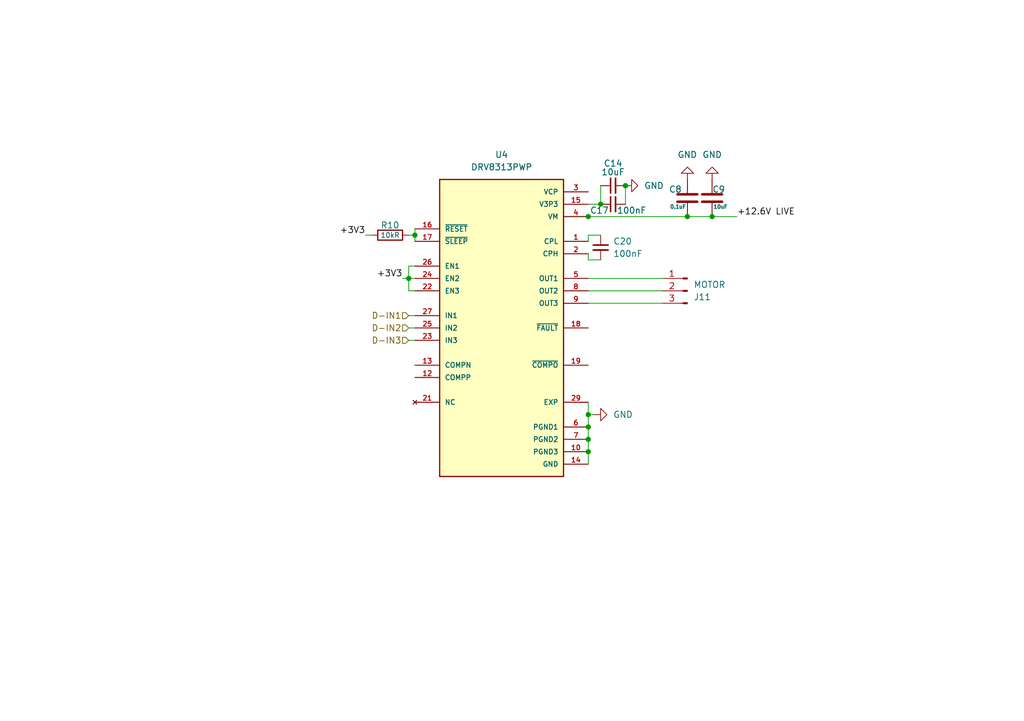
<source format=kicad_sch>
(kicad_sch
	(version 20250114)
	(generator "eeschema")
	(generator_version "9.0")
	(uuid "7f6bab19-dd48-4c26-acaf-e9f89422fd09")
	(paper "A5")
	(title_block
		(title "Custom Gimbal Motor Driver")
		(rev "1.2")
	)
	(lib_symbols
		(symbol "C_1"
			(pin_numbers
				(hide yes)
			)
			(pin_names
				(offset 0.254)
			)
			(exclude_from_sim no)
			(in_bom yes)
			(on_board yes)
			(property "Reference" "C"
				(at 0.635 2.54 0)
				(effects
					(font
						(size 1.27 1.27)
					)
					(justify left)
				)
			)
			(property "Value" "C"
				(at 0.635 -2.54 0)
				(effects
					(font
						(size 1.27 1.27)
					)
					(justify left)
				)
			)
			(property "Footprint" ""
				(at 0.9652 -3.81 0)
				(effects
					(font
						(size 1.27 1.27)
					)
					(hide yes)
				)
			)
			(property "Datasheet" "~"
				(at 0 0 0)
				(effects
					(font
						(size 1.27 1.27)
					)
					(hide yes)
				)
			)
			(property "Description" "Unpolarized capacitor"
				(at 0 0 0)
				(effects
					(font
						(size 1.27 1.27)
					)
					(hide yes)
				)
			)
			(property "ki_keywords" "cap capacitor"
				(at 0 0 0)
				(effects
					(font
						(size 1.27 1.27)
					)
					(hide yes)
				)
			)
			(property "ki_fp_filters" "C_*"
				(at 0 0 0)
				(effects
					(font
						(size 1.27 1.27)
					)
					(hide yes)
				)
			)
			(symbol "C_1_0_1"
				(polyline
					(pts
						(xy -2.032 0.762) (xy 2.032 0.762)
					)
					(stroke
						(width 0.508)
						(type default)
					)
					(fill
						(type none)
					)
				)
				(polyline
					(pts
						(xy -2.032 -0.762) (xy 2.032 -0.762)
					)
					(stroke
						(width 0.508)
						(type default)
					)
					(fill
						(type none)
					)
				)
			)
			(symbol "C_1_1_1"
				(pin passive line
					(at 0 3.81 270)
					(length 2.794)
					(name "~"
						(effects
							(font
								(size 1.27 1.27)
							)
						)
					)
					(number "1"
						(effects
							(font
								(size 1.27 1.27)
							)
						)
					)
				)
				(pin passive line
					(at 0 -3.81 90)
					(length 2.794)
					(name "~"
						(effects
							(font
								(size 1.27 1.27)
							)
						)
					)
					(number "2"
						(effects
							(font
								(size 1.27 1.27)
							)
						)
					)
				)
			)
			(embedded_fonts no)
		)
		(symbol "Connector:Conn_01x03_Pin"
			(pin_names
				(offset 1.016)
				(hide yes)
			)
			(exclude_from_sim no)
			(in_bom yes)
			(on_board yes)
			(property "Reference" "J"
				(at 0 5.08 0)
				(effects
					(font
						(size 1.27 1.27)
					)
				)
			)
			(property "Value" "Conn_01x03_Pin"
				(at 0 -5.08 0)
				(effects
					(font
						(size 1.27 1.27)
					)
				)
			)
			(property "Footprint" ""
				(at 0 0 0)
				(effects
					(font
						(size 1.27 1.27)
					)
					(hide yes)
				)
			)
			(property "Datasheet" "~"
				(at 0 0 0)
				(effects
					(font
						(size 1.27 1.27)
					)
					(hide yes)
				)
			)
			(property "Description" "Generic connector, single row, 01x03, script generated"
				(at 0 0 0)
				(effects
					(font
						(size 1.27 1.27)
					)
					(hide yes)
				)
			)
			(property "ki_locked" ""
				(at 0 0 0)
				(effects
					(font
						(size 1.27 1.27)
					)
				)
			)
			(property "ki_keywords" "connector"
				(at 0 0 0)
				(effects
					(font
						(size 1.27 1.27)
					)
					(hide yes)
				)
			)
			(property "ki_fp_filters" "Connector*:*_1x??_*"
				(at 0 0 0)
				(effects
					(font
						(size 1.27 1.27)
					)
					(hide yes)
				)
			)
			(symbol "Conn_01x03_Pin_1_1"
				(rectangle
					(start 0.8636 2.667)
					(end 0 2.413)
					(stroke
						(width 0.1524)
						(type default)
					)
					(fill
						(type outline)
					)
				)
				(rectangle
					(start 0.8636 0.127)
					(end 0 -0.127)
					(stroke
						(width 0.1524)
						(type default)
					)
					(fill
						(type outline)
					)
				)
				(rectangle
					(start 0.8636 -2.413)
					(end 0 -2.667)
					(stroke
						(width 0.1524)
						(type default)
					)
					(fill
						(type outline)
					)
				)
				(polyline
					(pts
						(xy 1.27 2.54) (xy 0.8636 2.54)
					)
					(stroke
						(width 0.1524)
						(type default)
					)
					(fill
						(type none)
					)
				)
				(polyline
					(pts
						(xy 1.27 0) (xy 0.8636 0)
					)
					(stroke
						(width 0.1524)
						(type default)
					)
					(fill
						(type none)
					)
				)
				(polyline
					(pts
						(xy 1.27 -2.54) (xy 0.8636 -2.54)
					)
					(stroke
						(width 0.1524)
						(type default)
					)
					(fill
						(type none)
					)
				)
				(pin passive line
					(at 5.08 2.54 180)
					(length 3.81)
					(name "Pin_1"
						(effects
							(font
								(size 1.27 1.27)
							)
						)
					)
					(number "1"
						(effects
							(font
								(size 1.27 1.27)
							)
						)
					)
				)
				(pin passive line
					(at 5.08 0 180)
					(length 3.81)
					(name "Pin_2"
						(effects
							(font
								(size 1.27 1.27)
							)
						)
					)
					(number "2"
						(effects
							(font
								(size 1.27 1.27)
							)
						)
					)
				)
				(pin passive line
					(at 5.08 -2.54 180)
					(length 3.81)
					(name "Pin_3"
						(effects
							(font
								(size 1.27 1.27)
							)
						)
					)
					(number "3"
						(effects
							(font
								(size 1.27 1.27)
							)
						)
					)
				)
			)
			(embedded_fonts no)
		)
		(symbol "DRV8313PWP:DRV8313PWP"
			(pin_names
				(offset 1.016)
			)
			(exclude_from_sim no)
			(in_bom yes)
			(on_board yes)
			(property "Reference" "U"
				(at -12.7 31.48 0)
				(effects
					(font
						(size 1.27 1.27)
					)
					(justify left bottom)
				)
			)
			(property "Value" "DRV8313PWP"
				(at -12.7 -33.02 0)
				(effects
					(font
						(size 1.27 1.27)
					)
					(justify left bottom)
				)
			)
			(property "Footprint" "DRV8313PWP:SOP65P640X120-29N"
				(at 0 0 0)
				(effects
					(font
						(size 1.27 1.27)
					)
					(justify bottom)
					(hide yes)
				)
			)
			(property "Datasheet" ""
				(at 0 0 0)
				(effects
					(font
						(size 1.27 1.27)
					)
					(hide yes)
				)
			)
			(property "Description" ""
				(at 0 0 0)
				(effects
					(font
						(size 1.27 1.27)
					)
					(hide yes)
				)
			)
			(property "MF" "Texas Instruments"
				(at 0 0 0)
				(effects
					(font
						(size 1.27 1.27)
					)
					(justify bottom)
					(hide yes)
				)
			)
			(property "SNAPEDA_PACKAGE_ID" "102627"
				(at 0 0 0)
				(effects
					(font
						(size 1.27 1.27)
					)
					(justify bottom)
					(hide yes)
				)
			)
			(property "Package" "HTSSOP-28 Texas Instruments"
				(at 0 0 0)
				(effects
					(font
						(size 1.27 1.27)
					)
					(justify bottom)
					(hide yes)
				)
			)
			(property "Price" "None"
				(at 0 0 0)
				(effects
					(font
						(size 1.27 1.27)
					)
					(justify bottom)
					(hide yes)
				)
			)
			(property "Check_prices" "https://www.snapeda.com/parts/DRV8313PWP/Texas+Instruments/view-part/?ref=eda"
				(at 0 0 0)
				(effects
					(font
						(size 1.27 1.27)
					)
					(justify bottom)
					(hide yes)
				)
			)
			(property "STANDARD" "Manufacturer Recommendations"
				(at 0 0 0)
				(effects
					(font
						(size 1.27 1.27)
					)
					(justify bottom)
					(hide yes)
				)
			)
			(property "PARTREV" "D"
				(at 0 0 0)
				(effects
					(font
						(size 1.27 1.27)
					)
					(justify bottom)
					(hide yes)
				)
			)
			(property "SnapEDA_Link" "https://www.snapeda.com/parts/DRV8313PWP/Texas+Instruments/view-part/?ref=snap"
				(at 0 0 0)
				(effects
					(font
						(size 1.27 1.27)
					)
					(justify bottom)
					(hide yes)
				)
			)
			(property "MP" "DRV8313PWP"
				(at 0 0 0)
				(effects
					(font
						(size 1.27 1.27)
					)
					(justify bottom)
					(hide yes)
				)
			)
			(property "Purchase-URL" "https://www.snapeda.com/api/url_track_click_mouser/?unipart_id=287728&manufacturer=Texas Instruments&part_name=DRV8313PWP&search_term=None"
				(at 0 0 0)
				(effects
					(font
						(size 1.27 1.27)
					)
					(justify bottom)
					(hide yes)
				)
			)
			(property "Description_1" "65-V max 3-A peak 3-phase motor driver with integrated FETs"
				(at 0 0 0)
				(effects
					(font
						(size 1.27 1.27)
					)
					(justify bottom)
					(hide yes)
				)
			)
			(property "MANUFACTURER" "Texas Instruments"
				(at 0 0 0)
				(effects
					(font
						(size 1.27 1.27)
					)
					(justify bottom)
					(hide yes)
				)
			)
			(property "Availability" "In Stock"
				(at 0 0 0)
				(effects
					(font
						(size 1.27 1.27)
					)
					(justify bottom)
					(hide yes)
				)
			)
			(property "MAXIMUM_PACKAGE_HEIGHT" "1.2 mm"
				(at 0 0 0)
				(effects
					(font
						(size 1.27 1.27)
					)
					(justify bottom)
					(hide yes)
				)
			)
			(symbol "DRV8313PWP_0_0"
				(rectangle
					(start -12.7 -30.48)
					(end 12.7 30.48)
					(stroke
						(width 0.254)
						(type default)
					)
					(fill
						(type background)
					)
				)
				(pin input line
					(at -17.78 20.32 0)
					(length 5.08)
					(name "~{RESET}"
						(effects
							(font
								(size 1.016 1.016)
							)
						)
					)
					(number "16"
						(effects
							(font
								(size 1.016 1.016)
							)
						)
					)
				)
				(pin input line
					(at -17.78 17.78 0)
					(length 5.08)
					(name "~{SLEEP}"
						(effects
							(font
								(size 1.016 1.016)
							)
						)
					)
					(number "17"
						(effects
							(font
								(size 1.016 1.016)
							)
						)
					)
				)
				(pin input line
					(at -17.78 12.7 0)
					(length 5.08)
					(name "EN1"
						(effects
							(font
								(size 1.016 1.016)
							)
						)
					)
					(number "26"
						(effects
							(font
								(size 1.016 1.016)
							)
						)
					)
				)
				(pin input line
					(at -17.78 10.16 0)
					(length 5.08)
					(name "EN2"
						(effects
							(font
								(size 1.016 1.016)
							)
						)
					)
					(number "24"
						(effects
							(font
								(size 1.016 1.016)
							)
						)
					)
				)
				(pin input line
					(at -17.78 7.62 0)
					(length 5.08)
					(name "EN3"
						(effects
							(font
								(size 1.016 1.016)
							)
						)
					)
					(number "22"
						(effects
							(font
								(size 1.016 1.016)
							)
						)
					)
				)
				(pin input line
					(at -17.78 2.54 0)
					(length 5.08)
					(name "IN1"
						(effects
							(font
								(size 1.016 1.016)
							)
						)
					)
					(number "27"
						(effects
							(font
								(size 1.016 1.016)
							)
						)
					)
				)
				(pin input line
					(at -17.78 0 0)
					(length 5.08)
					(name "IN2"
						(effects
							(font
								(size 1.016 1.016)
							)
						)
					)
					(number "25"
						(effects
							(font
								(size 1.016 1.016)
							)
						)
					)
				)
				(pin input line
					(at -17.78 -2.54 0)
					(length 5.08)
					(name "IN3"
						(effects
							(font
								(size 1.016 1.016)
							)
						)
					)
					(number "23"
						(effects
							(font
								(size 1.016 1.016)
							)
						)
					)
				)
				(pin input line
					(at -17.78 -7.62 0)
					(length 5.08)
					(name "COMPN"
						(effects
							(font
								(size 1.016 1.016)
							)
						)
					)
					(number "13"
						(effects
							(font
								(size 1.016 1.016)
							)
						)
					)
				)
				(pin input line
					(at -17.78 -10.16 0)
					(length 5.08)
					(name "COMPP"
						(effects
							(font
								(size 1.016 1.016)
							)
						)
					)
					(number "12"
						(effects
							(font
								(size 1.016 1.016)
							)
						)
					)
				)
				(pin no_connect line
					(at -17.78 -15.24 0)
					(length 5.08)
					(name "NC"
						(effects
							(font
								(size 1.016 1.016)
							)
						)
					)
					(number "21"
						(effects
							(font
								(size 1.016 1.016)
							)
						)
					)
				)
				(pin power_in line
					(at 17.78 27.94 180)
					(length 5.08)
					(name "VCP"
						(effects
							(font
								(size 1.016 1.016)
							)
						)
					)
					(number "3"
						(effects
							(font
								(size 1.016 1.016)
							)
						)
					)
				)
				(pin power_in line
					(at 17.78 25.4 180)
					(length 5.08)
					(name "V3P3"
						(effects
							(font
								(size 1.016 1.016)
							)
						)
					)
					(number "15"
						(effects
							(font
								(size 1.016 1.016)
							)
						)
					)
				)
				(pin power_in line
					(at 17.78 22.86 180)
					(length 5.08)
					(hide yes)
					(name "VM"
						(effects
							(font
								(size 1.016 1.016)
							)
						)
					)
					(number "11"
						(effects
							(font
								(size 1.016 1.016)
							)
						)
					)
				)
				(pin power_in line
					(at 17.78 22.86 180)
					(length 5.08)
					(name "VM"
						(effects
							(font
								(size 1.016 1.016)
							)
						)
					)
					(number "4"
						(effects
							(font
								(size 1.016 1.016)
							)
						)
					)
				)
				(pin power_in line
					(at 17.78 17.78 180)
					(length 5.08)
					(name "CPL"
						(effects
							(font
								(size 1.016 1.016)
							)
						)
					)
					(number "1"
						(effects
							(font
								(size 1.016 1.016)
							)
						)
					)
				)
				(pin power_in line
					(at 17.78 15.24 180)
					(length 5.08)
					(name "CPH"
						(effects
							(font
								(size 1.016 1.016)
							)
						)
					)
					(number "2"
						(effects
							(font
								(size 1.016 1.016)
							)
						)
					)
				)
				(pin output line
					(at 17.78 10.16 180)
					(length 5.08)
					(name "OUT1"
						(effects
							(font
								(size 1.016 1.016)
							)
						)
					)
					(number "5"
						(effects
							(font
								(size 1.016 1.016)
							)
						)
					)
				)
				(pin output line
					(at 17.78 7.62 180)
					(length 5.08)
					(name "OUT2"
						(effects
							(font
								(size 1.016 1.016)
							)
						)
					)
					(number "8"
						(effects
							(font
								(size 1.016 1.016)
							)
						)
					)
				)
				(pin output line
					(at 17.78 5.08 180)
					(length 5.08)
					(name "OUT3"
						(effects
							(font
								(size 1.016 1.016)
							)
						)
					)
					(number "9"
						(effects
							(font
								(size 1.016 1.016)
							)
						)
					)
				)
				(pin output line
					(at 17.78 0 180)
					(length 5.08)
					(name "~{FAULT}"
						(effects
							(font
								(size 1.016 1.016)
							)
						)
					)
					(number "18"
						(effects
							(font
								(size 1.016 1.016)
							)
						)
					)
				)
				(pin output line
					(at 17.78 -7.62 180)
					(length 5.08)
					(name "~{COMPO}"
						(effects
							(font
								(size 1.016 1.016)
							)
						)
					)
					(number "19"
						(effects
							(font
								(size 1.016 1.016)
							)
						)
					)
				)
				(pin power_in line
					(at 17.78 -15.24 180)
					(length 5.08)
					(name "EXP"
						(effects
							(font
								(size 1.016 1.016)
							)
						)
					)
					(number "29"
						(effects
							(font
								(size 1.016 1.016)
							)
						)
					)
				)
				(pin power_in line
					(at 17.78 -20.32 180)
					(length 5.08)
					(name "PGND1"
						(effects
							(font
								(size 1.016 1.016)
							)
						)
					)
					(number "6"
						(effects
							(font
								(size 1.016 1.016)
							)
						)
					)
				)
				(pin power_in line
					(at 17.78 -22.86 180)
					(length 5.08)
					(name "PGND2"
						(effects
							(font
								(size 1.016 1.016)
							)
						)
					)
					(number "7"
						(effects
							(font
								(size 1.016 1.016)
							)
						)
					)
				)
				(pin power_in line
					(at 17.78 -25.4 180)
					(length 5.08)
					(name "PGND3"
						(effects
							(font
								(size 1.016 1.016)
							)
						)
					)
					(number "10"
						(effects
							(font
								(size 1.016 1.016)
							)
						)
					)
				)
				(pin power_in line
					(at 17.78 -27.94 180)
					(length 5.08)
					(name "GND"
						(effects
							(font
								(size 1.016 1.016)
							)
						)
					)
					(number "14"
						(effects
							(font
								(size 1.016 1.016)
							)
						)
					)
				)
				(pin power_in line
					(at 17.78 -27.94 180)
					(length 5.08)
					(hide yes)
					(name "GND"
						(effects
							(font
								(size 1.016 1.016)
							)
						)
					)
					(number "20"
						(effects
							(font
								(size 1.016 1.016)
							)
						)
					)
				)
				(pin power_in line
					(at 17.78 -27.94 180)
					(length 5.08)
					(hide yes)
					(name "GND"
						(effects
							(font
								(size 1.016 1.016)
							)
						)
					)
					(number "28"
						(effects
							(font
								(size 1.016 1.016)
							)
						)
					)
				)
			)
			(embedded_fonts no)
		)
		(symbol "Device:C"
			(pin_numbers
				(hide yes)
			)
			(pin_names
				(offset 0.254)
			)
			(exclude_from_sim no)
			(in_bom yes)
			(on_board yes)
			(property "Reference" "C"
				(at 0.635 2.54 0)
				(effects
					(font
						(size 1.27 1.27)
					)
					(justify left)
				)
			)
			(property "Value" "C"
				(at 0.635 -2.54 0)
				(effects
					(font
						(size 1.27 1.27)
					)
					(justify left)
				)
			)
			(property "Footprint" ""
				(at 0.9652 -3.81 0)
				(effects
					(font
						(size 1.27 1.27)
					)
					(hide yes)
				)
			)
			(property "Datasheet" "~"
				(at 0 0 0)
				(effects
					(font
						(size 1.27 1.27)
					)
					(hide yes)
				)
			)
			(property "Description" "Unpolarized capacitor"
				(at 0 0 0)
				(effects
					(font
						(size 1.27 1.27)
					)
					(hide yes)
				)
			)
			(property "ki_keywords" "cap capacitor"
				(at 0 0 0)
				(effects
					(font
						(size 1.27 1.27)
					)
					(hide yes)
				)
			)
			(property "ki_fp_filters" "C_*"
				(at 0 0 0)
				(effects
					(font
						(size 1.27 1.27)
					)
					(hide yes)
				)
			)
			(symbol "C_0_1"
				(polyline
					(pts
						(xy -2.032 0.762) (xy 2.032 0.762)
					)
					(stroke
						(width 0.508)
						(type default)
					)
					(fill
						(type none)
					)
				)
				(polyline
					(pts
						(xy -2.032 -0.762) (xy 2.032 -0.762)
					)
					(stroke
						(width 0.508)
						(type default)
					)
					(fill
						(type none)
					)
				)
			)
			(symbol "C_1_1"
				(pin passive line
					(at 0 3.81 270)
					(length 2.794)
					(name "~"
						(effects
							(font
								(size 1.27 1.27)
							)
						)
					)
					(number "1"
						(effects
							(font
								(size 1.27 1.27)
							)
						)
					)
				)
				(pin passive line
					(at 0 -3.81 90)
					(length 2.794)
					(name "~"
						(effects
							(font
								(size 1.27 1.27)
							)
						)
					)
					(number "2"
						(effects
							(font
								(size 1.27 1.27)
							)
						)
					)
				)
			)
			(embedded_fonts no)
		)
		(symbol "Device:C_Small"
			(pin_numbers
				(hide yes)
			)
			(pin_names
				(offset 0.254)
				(hide yes)
			)
			(exclude_from_sim no)
			(in_bom yes)
			(on_board yes)
			(property "Reference" "C"
				(at 0.254 1.778 0)
				(effects
					(font
						(size 1.27 1.27)
					)
					(justify left)
				)
			)
			(property "Value" "C_Small"
				(at 0.254 -2.032 0)
				(effects
					(font
						(size 1.27 1.27)
					)
					(justify left)
				)
			)
			(property "Footprint" ""
				(at 0 0 0)
				(effects
					(font
						(size 1.27 1.27)
					)
					(hide yes)
				)
			)
			(property "Datasheet" "~"
				(at 0 0 0)
				(effects
					(font
						(size 1.27 1.27)
					)
					(hide yes)
				)
			)
			(property "Description" "Unpolarized capacitor, small symbol"
				(at 0 0 0)
				(effects
					(font
						(size 1.27 1.27)
					)
					(hide yes)
				)
			)
			(property "ki_keywords" "capacitor cap"
				(at 0 0 0)
				(effects
					(font
						(size 1.27 1.27)
					)
					(hide yes)
				)
			)
			(property "ki_fp_filters" "C_*"
				(at 0 0 0)
				(effects
					(font
						(size 1.27 1.27)
					)
					(hide yes)
				)
			)
			(symbol "C_Small_0_1"
				(polyline
					(pts
						(xy -1.524 0.508) (xy 1.524 0.508)
					)
					(stroke
						(width 0.3048)
						(type default)
					)
					(fill
						(type none)
					)
				)
				(polyline
					(pts
						(xy -1.524 -0.508) (xy 1.524 -0.508)
					)
					(stroke
						(width 0.3302)
						(type default)
					)
					(fill
						(type none)
					)
				)
			)
			(symbol "C_Small_1_1"
				(pin passive line
					(at 0 2.54 270)
					(length 2.032)
					(name "~"
						(effects
							(font
								(size 1.27 1.27)
							)
						)
					)
					(number "1"
						(effects
							(font
								(size 1.27 1.27)
							)
						)
					)
				)
				(pin passive line
					(at 0 -2.54 90)
					(length 2.032)
					(name "~"
						(effects
							(font
								(size 1.27 1.27)
							)
						)
					)
					(number "2"
						(effects
							(font
								(size 1.27 1.27)
							)
						)
					)
				)
			)
			(embedded_fonts no)
		)
		(symbol "Device:R"
			(pin_numbers
				(hide yes)
			)
			(pin_names
				(offset 0)
			)
			(exclude_from_sim no)
			(in_bom yes)
			(on_board yes)
			(property "Reference" "R"
				(at 2.032 0 90)
				(effects
					(font
						(size 1.27 1.27)
					)
				)
			)
			(property "Value" "R"
				(at 0 0 90)
				(effects
					(font
						(size 1.27 1.27)
					)
				)
			)
			(property "Footprint" ""
				(at -1.778 0 90)
				(effects
					(font
						(size 1.27 1.27)
					)
					(hide yes)
				)
			)
			(property "Datasheet" "~"
				(at 0 0 0)
				(effects
					(font
						(size 1.27 1.27)
					)
					(hide yes)
				)
			)
			(property "Description" "Resistor"
				(at 0 0 0)
				(effects
					(font
						(size 1.27 1.27)
					)
					(hide yes)
				)
			)
			(property "ki_keywords" "R res resistor"
				(at 0 0 0)
				(effects
					(font
						(size 1.27 1.27)
					)
					(hide yes)
				)
			)
			(property "ki_fp_filters" "R_*"
				(at 0 0 0)
				(effects
					(font
						(size 1.27 1.27)
					)
					(hide yes)
				)
			)
			(symbol "R_0_1"
				(rectangle
					(start -1.016 -2.54)
					(end 1.016 2.54)
					(stroke
						(width 0.254)
						(type default)
					)
					(fill
						(type none)
					)
				)
			)
			(symbol "R_1_1"
				(pin passive line
					(at 0 3.81 270)
					(length 1.27)
					(name "~"
						(effects
							(font
								(size 1.27 1.27)
							)
						)
					)
					(number "1"
						(effects
							(font
								(size 1.27 1.27)
							)
						)
					)
				)
				(pin passive line
					(at 0 -3.81 90)
					(length 1.27)
					(name "~"
						(effects
							(font
								(size 1.27 1.27)
							)
						)
					)
					(number "2"
						(effects
							(font
								(size 1.27 1.27)
							)
						)
					)
				)
			)
			(embedded_fonts no)
		)
		(symbol "power:GND"
			(power)
			(pin_numbers
				(hide yes)
			)
			(pin_names
				(offset 0)
				(hide yes)
			)
			(exclude_from_sim no)
			(in_bom yes)
			(on_board yes)
			(property "Reference" "#PWR"
				(at 0 -6.35 0)
				(effects
					(font
						(size 1.27 1.27)
					)
					(hide yes)
				)
			)
			(property "Value" "GND"
				(at 0 -3.81 0)
				(effects
					(font
						(size 1.27 1.27)
					)
				)
			)
			(property "Footprint" ""
				(at 0 0 0)
				(effects
					(font
						(size 1.27 1.27)
					)
					(hide yes)
				)
			)
			(property "Datasheet" ""
				(at 0 0 0)
				(effects
					(font
						(size 1.27 1.27)
					)
					(hide yes)
				)
			)
			(property "Description" "Power symbol creates a global label with name \"GND\" , ground"
				(at 0 0 0)
				(effects
					(font
						(size 1.27 1.27)
					)
					(hide yes)
				)
			)
			(property "ki_keywords" "global power"
				(at 0 0 0)
				(effects
					(font
						(size 1.27 1.27)
					)
					(hide yes)
				)
			)
			(symbol "GND_0_1"
				(polyline
					(pts
						(xy 0 0) (xy 0 -1.27) (xy 1.27 -1.27) (xy 0 -2.54) (xy -1.27 -1.27) (xy 0 -1.27)
					)
					(stroke
						(width 0)
						(type default)
					)
					(fill
						(type none)
					)
				)
			)
			(symbol "GND_1_1"
				(pin power_in line
					(at 0 0 270)
					(length 0)
					(name "~"
						(effects
							(font
								(size 1.27 1.27)
							)
						)
					)
					(number "1"
						(effects
							(font
								(size 1.27 1.27)
							)
						)
					)
				)
			)
			(embedded_fonts no)
		)
	)
	(junction
		(at 120.65 87.63)
		(diameter 0)
		(color 0 0 0 0)
		(uuid "00fd55c9-a2a4-4185-8074-56825c2db7db")
	)
	(junction
		(at 128.27 38.1)
		(diameter 0)
		(color 0 0 0 0)
		(uuid "15327e38-a5c0-4c20-ac6a-f2448480340f")
	)
	(junction
		(at 120.65 85.09)
		(diameter 0)
		(color 0 0 0 0)
		(uuid "307d9f27-905b-4fd5-9bbf-bb8e2500c408")
	)
	(junction
		(at 123.19 41.91)
		(diameter 0)
		(color 0 0 0 0)
		(uuid "5a7ad280-0b5d-456b-9773-39aaec33bcc1")
	)
	(junction
		(at 120.65 92.71)
		(diameter 0)
		(color 0 0 0 0)
		(uuid "7be246af-3edf-4625-8b3d-6a524d7dbe25")
	)
	(junction
		(at 120.65 44.45)
		(diameter 0)
		(color 0 0 0 0)
		(uuid "95ad40ee-7285-444e-8483-bdd5bb0d6150")
	)
	(junction
		(at 83.82 57.15)
		(diameter 0)
		(color 0 0 0 0)
		(uuid "af716d97-b1d8-4cdc-922d-2da355948d6f")
	)
	(junction
		(at 120.65 90.17)
		(diameter 0)
		(color 0 0 0 0)
		(uuid "dc113224-abf1-487c-83ea-5722405dd9d7")
	)
	(junction
		(at 146.05 44.45)
		(diameter 0)
		(color 0 0 0 0)
		(uuid "ee37c214-e3e8-42e7-8d41-60e27b4d9fe3")
	)
	(junction
		(at 85.09 48.26)
		(diameter 0)
		(color 0 0 0 0)
		(uuid "f650df78-0ce5-457a-8f24-30f4b94e72b6")
	)
	(junction
		(at 140.97 44.45)
		(diameter 0)
		(color 0 0 0 0)
		(uuid "f65346d8-d356-4967-a7cd-e68b3f0a13c6")
	)
	(wire
		(pts
			(xy 120.65 49.53) (xy 120.65 48.26)
		)
		(stroke
			(width 0)
			(type default)
		)
		(uuid "02c4adf0-98e9-4b0a-be0a-2a9f90ccdabd")
	)
	(wire
		(pts
			(xy 120.65 44.45) (xy 140.97 44.45)
		)
		(stroke
			(width 0)
			(type default)
		)
		(uuid "04bd2f6b-d277-4fee-b182-536f8f50772a")
	)
	(wire
		(pts
			(xy 85.09 48.26) (xy 85.09 49.53)
		)
		(stroke
			(width 0)
			(type default)
		)
		(uuid "12defd6e-c46e-4573-bec4-89cde6ea1dde")
	)
	(wire
		(pts
			(xy 83.82 69.85) (xy 85.09 69.85)
		)
		(stroke
			(width 0)
			(type default)
		)
		(uuid "1c4c0cd3-aa10-4c6f-a5b8-a734d49b59b3")
	)
	(wire
		(pts
			(xy 85.09 54.61) (xy 83.82 54.61)
		)
		(stroke
			(width 0)
			(type default)
		)
		(uuid "1dbff7e5-a22d-4330-89cc-3d1675730b29")
	)
	(wire
		(pts
			(xy 128.27 38.1) (xy 129.54 38.1)
		)
		(stroke
			(width 0)
			(type default)
		)
		(uuid "24b82cde-54ff-4a8c-ac7d-c8ac6f0ec211")
	)
	(wire
		(pts
			(xy 120.65 52.07) (xy 120.65 53.34)
		)
		(stroke
			(width 0)
			(type default)
		)
		(uuid "26a12d17-1bba-4322-a767-b85df0c6fdcb")
	)
	(wire
		(pts
			(xy 120.65 90.17) (xy 120.65 92.71)
		)
		(stroke
			(width 0)
			(type default)
		)
		(uuid "371d3046-301e-46bd-a213-6bbd51eeeff3")
	)
	(wire
		(pts
			(xy 120.65 59.69) (xy 135.89 59.69)
		)
		(stroke
			(width 0)
			(type default)
		)
		(uuid "3988992a-49b8-4232-915f-3836b918052e")
	)
	(wire
		(pts
			(xy 85.09 59.69) (xy 83.82 59.69)
		)
		(stroke
			(width 0)
			(type default)
		)
		(uuid "3fe5949d-d2a3-4772-80d4-0057936b8ff5")
	)
	(wire
		(pts
			(xy 120.65 85.09) (xy 121.92 85.09)
		)
		(stroke
			(width 0)
			(type default)
		)
		(uuid "402a0d84-a24f-4cdb-b319-fc914651f19a")
	)
	(wire
		(pts
			(xy 128.27 38.1) (xy 128.27 41.91)
		)
		(stroke
			(width 0)
			(type default)
		)
		(uuid "4f597c3a-8bb1-451d-aeab-d761fa570f83")
	)
	(wire
		(pts
			(xy 83.82 57.15) (xy 85.09 57.15)
		)
		(stroke
			(width 0)
			(type default)
		)
		(uuid "4fbfe6ba-9966-4c98-95e7-8656e9da126d")
	)
	(wire
		(pts
			(xy 120.65 82.55) (xy 120.65 85.09)
		)
		(stroke
			(width 0)
			(type default)
		)
		(uuid "5e6e6519-4810-46f7-a10a-c8f02c389640")
	)
	(wire
		(pts
			(xy 120.65 62.23) (xy 135.89 62.23)
		)
		(stroke
			(width 0)
			(type default)
		)
		(uuid "602773e9-a42e-4d41-8f2b-b5e3c625df0f")
	)
	(wire
		(pts
			(xy 120.65 48.26) (xy 123.19 48.26)
		)
		(stroke
			(width 0)
			(type default)
		)
		(uuid "6746fe5b-a747-4863-aaef-ebbea87b6719")
	)
	(wire
		(pts
			(xy 123.19 38.1) (xy 123.19 41.91)
		)
		(stroke
			(width 0)
			(type default)
		)
		(uuid "712333ad-67fe-4b8b-88df-1924981e5744")
	)
	(wire
		(pts
			(xy 120.65 85.09) (xy 120.65 87.63)
		)
		(stroke
			(width 0)
			(type default)
		)
		(uuid "71f0b67b-45b7-4040-8c91-ee4a4d7767ef")
	)
	(wire
		(pts
			(xy 74.93 48.26) (xy 76.2 48.26)
		)
		(stroke
			(width 0)
			(type default)
		)
		(uuid "7a3ec756-95b3-4f23-b6d9-cceb6e2d88f5")
	)
	(wire
		(pts
			(xy 115.57 44.45) (xy 120.65 44.45)
		)
		(stroke
			(width 0)
			(type default)
		)
		(uuid "7b232618-c53c-4d4b-9592-0b1ccf72ebc5")
	)
	(wire
		(pts
			(xy 120.65 41.91) (xy 123.19 41.91)
		)
		(stroke
			(width 0)
			(type default)
		)
		(uuid "82fdf01d-b6c3-42ad-bc56-2cfc4adc79e3")
	)
	(wire
		(pts
			(xy 83.82 67.31) (xy 85.09 67.31)
		)
		(stroke
			(width 0)
			(type default)
		)
		(uuid "86f75c9f-9b09-41ef-94c1-71dfded7a75c")
	)
	(wire
		(pts
			(xy 83.82 48.26) (xy 85.09 48.26)
		)
		(stroke
			(width 0)
			(type default)
		)
		(uuid "8c179d25-593d-4aef-9657-be3d052aa29a")
	)
	(wire
		(pts
			(xy 140.97 44.45) (xy 146.05 44.45)
		)
		(stroke
			(width 0)
			(type default)
		)
		(uuid "8ee50ff2-2ed9-49e6-aea6-3e31ea9a1425")
	)
	(wire
		(pts
			(xy 120.65 53.34) (xy 123.19 53.34)
		)
		(stroke
			(width 0)
			(type default)
		)
		(uuid "90131b99-6ece-4ee6-b128-8c9e23b03421")
	)
	(wire
		(pts
			(xy 83.82 64.77) (xy 85.09 64.77)
		)
		(stroke
			(width 0)
			(type default)
		)
		(uuid "93b7ff21-347a-43e9-9084-24bbd8637f99")
	)
	(wire
		(pts
			(xy 120.65 92.71) (xy 120.65 95.25)
		)
		(stroke
			(width 0)
			(type default)
		)
		(uuid "bd4b61f2-bd57-413b-953e-b8428fb3bf4d")
	)
	(wire
		(pts
			(xy 85.09 46.99) (xy 85.09 48.26)
		)
		(stroke
			(width 0)
			(type default)
		)
		(uuid "d4471693-46fc-4d43-9801-23eb7b9c2705")
	)
	(wire
		(pts
			(xy 83.82 59.69) (xy 83.82 57.15)
		)
		(stroke
			(width 0)
			(type default)
		)
		(uuid "ea0f23a3-175d-483e-85b1-3362baf9f562")
	)
	(wire
		(pts
			(xy 82.55 57.15) (xy 83.82 57.15)
		)
		(stroke
			(width 0)
			(type default)
		)
		(uuid "eba24c96-7770-4451-9737-12c696aaa0c7")
	)
	(wire
		(pts
			(xy 120.65 57.15) (xy 135.89 57.15)
		)
		(stroke
			(width 0)
			(type default)
		)
		(uuid "ecdacbdf-bebb-4dbd-b7e1-0faeb9ba7872")
	)
	(wire
		(pts
			(xy 120.65 87.63) (xy 120.65 90.17)
		)
		(stroke
			(width 0)
			(type default)
		)
		(uuid "ef49c340-4051-4908-9aeb-daaafc3ee97c")
	)
	(wire
		(pts
			(xy 83.82 54.61) (xy 83.82 57.15)
		)
		(stroke
			(width 0)
			(type default)
		)
		(uuid "f87a368f-e225-4fda-98a4-55f53d445b57")
	)
	(wire
		(pts
			(xy 146.05 44.45) (xy 151.13 44.45)
		)
		(stroke
			(width 0)
			(type default)
		)
		(uuid "f9f43e1d-35bc-41b4-9430-0b6ab2204beb")
	)
	(label "+3V3"
		(at 74.93 48.26 180)
		(effects
			(font
				(size 1.27 1.27)
			)
			(justify right bottom)
		)
		(uuid "336d5eda-3d04-4c9e-804a-b80e8f1130c8")
	)
	(label "+3V3"
		(at 82.55 57.15 180)
		(effects
			(font
				(size 1.27 1.27)
			)
			(justify right bottom)
		)
		(uuid "c94820d9-dc45-4349-9341-856c85983d4f")
	)
	(label "+12.6V LIVE"
		(at 151.13 44.45 0)
		(fields_autoplaced yes)
		(effects
			(font
				(size 1.27 1.27)
			)
			(justify left bottom)
		)
		(uuid "e3f76849-92a6-4373-b36b-f16d423a2a5f")
		(property "+8.4 Heavy" ""
			(at 151.13 45.72 0)
			(effects
				(font
					(size 1.27 1.27)
					(italic yes)
				)
				(justify left)
			)
		)
	)
	(hierarchical_label "D-IN3"
		(shape input)
		(at 83.82 69.85 180)
		(effects
			(font
				(size 1.27 1.27)
			)
			(justify right)
		)
		(uuid "21714949-8bdb-480e-b411-936c7d919fdf")
	)
	(hierarchical_label "D-IN1"
		(shape input)
		(at 83.82 64.77 180)
		(effects
			(font
				(size 1.27 1.27)
			)
			(justify right)
		)
		(uuid "7301b576-3a8a-49be-80c6-835886828bb3")
	)
	(hierarchical_label "D-IN2"
		(shape input)
		(at 83.82 67.31 180)
		(effects
			(font
				(size 1.27 1.27)
			)
			(justify right)
		)
		(uuid "7312b766-d9e8-4696-b3b5-8471df8a3c41")
	)
	(symbol
		(lib_id "Device:C_Small")
		(at 125.73 41.91 90)
		(unit 1)
		(exclude_from_sim no)
		(in_bom yes)
		(on_board yes)
		(dnp no)
		(uuid "221d7910-efa8-4b06-9af2-8a735f2b4273")
		(property "Reference" "C17"
			(at 122.936 43.18 90)
			(effects
				(font
					(size 1.27 1.27)
				)
			)
		)
		(property "Value" "100nF"
			(at 129.54 43.18 90)
			(effects
				(font
					(size 1.27 1.27)
				)
			)
		)
		(property "Footprint" "Capacitor_SMD:C_0805_2012Metric"
			(at 125.73 41.91 0)
			(effects
				(font
					(size 1.27 1.27)
				)
				(hide yes)
			)
		)
		(property "Datasheet" "~"
			(at 125.73 41.91 0)
			(effects
				(font
					(size 1.27 1.27)
				)
				(hide yes)
			)
		)
		(property "Description" "Unpolarized capacitor, small symbol"
			(at 125.73 41.91 0)
			(effects
				(font
					(size 1.27 1.27)
				)
				(hide yes)
			)
		)
		(pin "1"
			(uuid "edaeee41-e180-464e-b527-296cd0197195")
		)
		(pin "2"
			(uuid "6ead1cab-719d-4e45-8c30-3d8ecd95edbf")
		)
		(instances
			(project ""
				(path "/12b42b7d-d204-4934-8b98-59095ef31821/7b0bf3ab-84ad-4d72-8ee0-71bd067791e7"
					(reference "C17")
					(unit 1)
				)
				(path "/12b42b7d-d204-4934-8b98-59095ef31821/a406303c-1196-415f-8f1a-bcc4255416b2"
					(reference "C19")
					(unit 1)
				)
				(path "/12b42b7d-d204-4934-8b98-59095ef31821/e3b6f5d1-40df-4a2b-8d35-23f833e103f5"
					(reference "C18")
					(unit 1)
				)
			)
		)
	)
	(symbol
		(lib_id "power:GND")
		(at 128.27 38.1 90)
		(unit 1)
		(exclude_from_sim no)
		(in_bom yes)
		(on_board yes)
		(dnp no)
		(fields_autoplaced yes)
		(uuid "63e42591-38ad-4eef-b479-63b570797019")
		(property "Reference" "#PWR028"
			(at 134.62 38.1 0)
			(effects
				(font
					(size 1.27 1.27)
				)
				(hide yes)
			)
		)
		(property "Value" "GND"
			(at 132.08 38.0999 90)
			(effects
				(font
					(size 1.27 1.27)
				)
				(justify right)
			)
		)
		(property "Footprint" ""
			(at 128.27 38.1 0)
			(effects
				(font
					(size 1.27 1.27)
				)
				(hide yes)
			)
		)
		(property "Datasheet" ""
			(at 128.27 38.1 0)
			(effects
				(font
					(size 1.27 1.27)
				)
				(hide yes)
			)
		)
		(property "Description" "Power symbol creates a global label with name \"GND\" , ground"
			(at 128.27 38.1 0)
			(effects
				(font
					(size 1.27 1.27)
				)
				(hide yes)
			)
		)
		(pin "1"
			(uuid "f263d0f5-51f3-490d-aa88-631d929c67d9")
		)
		(instances
			(project ""
				(path "/12b42b7d-d204-4934-8b98-59095ef31821/7b0bf3ab-84ad-4d72-8ee0-71bd067791e7"
					(reference "#PWR028")
					(unit 1)
				)
				(path "/12b42b7d-d204-4934-8b98-59095ef31821/a406303c-1196-415f-8f1a-bcc4255416b2"
					(reference "#PWR030")
					(unit 1)
				)
				(path "/12b42b7d-d204-4934-8b98-59095ef31821/e3b6f5d1-40df-4a2b-8d35-23f833e103f5"
					(reference "#PWR029")
					(unit 1)
				)
			)
		)
	)
	(symbol
		(lib_id "Device:C")
		(at 140.97 40.64 180)
		(unit 1)
		(exclude_from_sim no)
		(in_bom yes)
		(on_board yes)
		(dnp no)
		(uuid "7cbce35d-b3ef-496c-b489-afd184dd98b9")
		(property "Reference" "C8"
			(at 137.16 38.862 0)
			(effects
				(font
					(size 1.27 1.27)
				)
				(justify right)
			)
		)
		(property "Value" "0.1uF"
			(at 137.414 42.418 0)
			(effects
				(font
					(size 0.762 0.762)
				)
				(justify right)
			)
		)
		(property "Footprint" "Capacitor_SMD:C_0805_2012Metric"
			(at 140.0048 36.83 0)
			(effects
				(font
					(size 1.27 1.27)
				)
				(hide yes)
			)
		)
		(property "Datasheet" "~"
			(at 140.97 40.64 0)
			(effects
				(font
					(size 1.27 1.27)
				)
				(hide yes)
			)
		)
		(property "Description" "Unpolarized capacitor"
			(at 140.97 40.64 0)
			(effects
				(font
					(size 1.27 1.27)
				)
				(hide yes)
			)
		)
		(pin "1"
			(uuid "f6f37cc4-fa93-4e8f-a918-1eccb7b102d1")
		)
		(pin "2"
			(uuid "75c59acb-1083-486e-911a-46c18d5a0aa6")
		)
		(instances
			(project ""
				(path "/12b42b7d-d204-4934-8b98-59095ef31821/7b0bf3ab-84ad-4d72-8ee0-71bd067791e7"
					(reference "C8")
					(unit 1)
				)
				(path "/12b42b7d-d204-4934-8b98-59095ef31821/a406303c-1196-415f-8f1a-bcc4255416b2"
					(reference "C12")
					(unit 1)
				)
				(path "/12b42b7d-d204-4934-8b98-59095ef31821/e3b6f5d1-40df-4a2b-8d35-23f833e103f5"
					(reference "C10")
					(unit 1)
				)
			)
		)
	)
	(symbol
		(lib_id "Device:C_Small")
		(at 123.19 50.8 0)
		(unit 1)
		(exclude_from_sim no)
		(in_bom yes)
		(on_board yes)
		(dnp no)
		(fields_autoplaced yes)
		(uuid "86818dfe-77bc-44bf-b81e-806764e4372a")
		(property "Reference" "C20"
			(at 125.73 49.5362 0)
			(effects
				(font
					(size 1.27 1.27)
				)
				(justify left)
			)
		)
		(property "Value" "100nF"
			(at 125.73 52.0762 0)
			(effects
				(font
					(size 1.27 1.27)
				)
				(justify left)
			)
		)
		(property "Footprint" "Capacitor_SMD:C_0805_2012Metric"
			(at 123.19 50.8 0)
			(effects
				(font
					(size 1.27 1.27)
				)
				(hide yes)
			)
		)
		(property "Datasheet" "~"
			(at 123.19 50.8 0)
			(effects
				(font
					(size 1.27 1.27)
				)
				(hide yes)
			)
		)
		(property "Description" "Unpolarized capacitor, small symbol"
			(at 123.19 50.8 0)
			(effects
				(font
					(size 1.27 1.27)
				)
				(hide yes)
			)
		)
		(pin "1"
			(uuid "edaeee41-e180-464e-b527-296cd0197196")
		)
		(pin "2"
			(uuid "6ead1cab-719d-4e45-8c30-3d8ecd95edc0")
		)
		(instances
			(project ""
				(path "/12b42b7d-d204-4934-8b98-59095ef31821/7b0bf3ab-84ad-4d72-8ee0-71bd067791e7"
					(reference "C20")
					(unit 1)
				)
				(path "/12b42b7d-d204-4934-8b98-59095ef31821/a406303c-1196-415f-8f1a-bcc4255416b2"
					(reference "C22")
					(unit 1)
				)
				(path "/12b42b7d-d204-4934-8b98-59095ef31821/e3b6f5d1-40df-4a2b-8d35-23f833e103f5"
					(reference "C21")
					(unit 1)
				)
			)
		)
	)
	(symbol
		(lib_id "DRV8313PWP:DRV8313PWP")
		(at 102.87 67.31 0)
		(unit 1)
		(exclude_from_sim no)
		(in_bom yes)
		(on_board yes)
		(dnp no)
		(fields_autoplaced yes)
		(uuid "88c7ec3d-5301-4f86-aec3-1fb049871875")
		(property "Reference" "U4"
			(at 102.87 31.75 0)
			(effects
				(font
					(size 1.27 1.27)
				)
			)
		)
		(property "Value" "DRV8313PWP"
			(at 102.87 34.29 0)
			(effects
				(font
					(size 1.27 1.27)
				)
			)
		)
		(property "Footprint" "DRV8313PWP:SOP65P640X120-29N"
			(at 102.87 67.31 0)
			(effects
				(font
					(size 1.27 1.27)
				)
				(justify bottom)
				(hide yes)
			)
		)
		(property "Datasheet" ""
			(at 102.87 67.31 0)
			(effects
				(font
					(size 1.27 1.27)
				)
				(hide yes)
			)
		)
		(property "Description" ""
			(at 102.87 67.31 0)
			(effects
				(font
					(size 1.27 1.27)
				)
				(hide yes)
			)
		)
		(property "MF" "Texas Instruments"
			(at 102.87 67.31 0)
			(effects
				(font
					(size 1.27 1.27)
				)
				(justify bottom)
				(hide yes)
			)
		)
		(property "SNAPEDA_PACKAGE_ID" "102627"
			(at 102.87 67.31 0)
			(effects
				(font
					(size 1.27 1.27)
				)
				(justify bottom)
				(hide yes)
			)
		)
		(property "Package" "HTSSOP-28 Texas Instruments"
			(at 102.87 67.31 0)
			(effects
				(font
					(size 1.27 1.27)
				)
				(justify bottom)
				(hide yes)
			)
		)
		(property "Price" "None"
			(at 102.87 67.31 0)
			(effects
				(font
					(size 1.27 1.27)
				)
				(justify bottom)
				(hide yes)
			)
		)
		(property "Check_prices" "https://www.snapeda.com/parts/DRV8313PWP/Texas+Instruments/view-part/?ref=eda"
			(at 102.87 67.31 0)
			(effects
				(font
					(size 1.27 1.27)
				)
				(justify bottom)
				(hide yes)
			)
		)
		(property "STANDARD" "Manufacturer Recommendations"
			(at 102.87 67.31 0)
			(effects
				(font
					(size 1.27 1.27)
				)
				(justify bottom)
				(hide yes)
			)
		)
		(property "PARTREV" "D"
			(at 102.87 67.31 0)
			(effects
				(font
					(size 1.27 1.27)
				)
				(justify bottom)
				(hide yes)
			)
		)
		(property "SnapEDA_Link" "https://www.snapeda.com/parts/DRV8313PWP/Texas+Instruments/view-part/?ref=snap"
			(at 102.87 67.31 0)
			(effects
				(font
					(size 1.27 1.27)
				)
				(justify bottom)
				(hide yes)
			)
		)
		(property "MP" "DRV8313PWP"
			(at 102.87 67.31 0)
			(effects
				(font
					(size 1.27 1.27)
				)
				(justify bottom)
				(hide yes)
			)
		)
		(property "Purchase-URL" "https://www.snapeda.com/api/url_track_click_mouser/?unipart_id=287728&manufacturer=Texas Instruments&part_name=DRV8313PWP&search_term=None"
			(at 102.87 67.31 0)
			(effects
				(font
					(size 1.27 1.27)
				)
				(justify bottom)
				(hide yes)
			)
		)
		(property "Description_1" "65-V max 3-A peak 3-phase motor driver with integrated FETs"
			(at 102.87 67.31 0)
			(effects
				(font
					(size 1.27 1.27)
				)
				(justify bottom)
				(hide yes)
			)
		)
		(property "MANUFACTURER" "Texas Instruments"
			(at 102.87 67.31 0)
			(effects
				(font
					(size 1.27 1.27)
				)
				(justify bottom)
				(hide yes)
			)
		)
		(property "Availability" "In Stock"
			(at 102.87 67.31 0)
			(effects
				(font
					(size 1.27 1.27)
				)
				(justify bottom)
				(hide yes)
			)
		)
		(property "MAXIMUM_PACKAGE_HEIGHT" "1.2 mm"
			(at 102.87 67.31 0)
			(effects
				(font
					(size 1.27 1.27)
				)
				(justify bottom)
				(hide yes)
			)
		)
		(pin "18"
			(uuid "7e9ddc89-74a2-4bd8-b284-c1b1cb2fb83d")
		)
		(pin "5"
			(uuid "096492a6-afc2-4532-9c63-ecfad4e4233a")
		)
		(pin "22"
			(uuid "e21ac4fb-be44-4900-95d1-dc71ec6f801e")
		)
		(pin "8"
			(uuid "f7971712-f1a3-4c9e-aed6-d52541f8990e")
		)
		(pin "27"
			(uuid "9c97bd24-cb4b-4981-a94f-353f184d9997")
		)
		(pin "20"
			(uuid "aa0b8aa3-9a99-4b19-a85a-29200f0a718f")
		)
		(pin "28"
			(uuid "57685b7d-f75d-49e9-a3bf-9764033e053b")
		)
		(pin "11"
			(uuid "dc396fa1-df4b-4709-891d-c94d85374caf")
		)
		(pin "7"
			(uuid "12c6fa04-6d55-47cf-8a37-8232043509f5")
		)
		(pin "26"
			(uuid "445b2103-c1ac-4922-8cfa-55069ddcf311")
		)
		(pin "12"
			(uuid "db2e5845-896d-4108-8f17-28383a27d387")
		)
		(pin "21"
			(uuid "12c93bec-0656-42b5-b5a6-41edea418020")
		)
		(pin "15"
			(uuid "c7f01e86-fb6a-4cf8-ad21-bb62196a4fe4")
		)
		(pin "24"
			(uuid "d23b7f95-3aae-4478-ba29-d914822120c3")
		)
		(pin "13"
			(uuid "747d05bb-9927-44ba-a737-a02f65dd8ed1")
		)
		(pin "17"
			(uuid "3b320d2b-527c-4f97-87b6-935a6368c978")
		)
		(pin "3"
			(uuid "56c39c69-a78f-42e9-9025-a7171c9f3ef3")
		)
		(pin "1"
			(uuid "3d6b10e1-eb65-4b09-9664-cea8afa47e56")
		)
		(pin "2"
			(uuid "b18ddd26-852b-4343-b14a-6bee9fb75dc4")
		)
		(pin "16"
			(uuid "3dea7333-46f1-42c4-9b43-6739654d2cb7")
		)
		(pin "25"
			(uuid "3eb3fb96-7157-4765-8f3a-c9957ed5b62f")
		)
		(pin "23"
			(uuid "dd11ac3d-7ac0-4f2d-a173-4e3d65f20b82")
		)
		(pin "4"
			(uuid "fe670e93-d84a-4250-bf8d-f6db86a99dcc")
		)
		(pin "9"
			(uuid "6fb4fc31-0da7-46fd-8b3c-d20729253654")
		)
		(pin "19"
			(uuid "fa39e297-d266-4412-ab72-fb783dded7f5")
		)
		(pin "29"
			(uuid "f92d2aa3-0919-4c3a-8169-3ecca56db13f")
		)
		(pin "6"
			(uuid "4c62ab3d-cf21-45e0-8efc-6c6a090c9161")
		)
		(pin "10"
			(uuid "a3c18364-19c1-4335-8296-c2940cefd182")
		)
		(pin "14"
			(uuid "ef35bcca-eede-4b95-8e30-b1db550ad2f2")
		)
		(instances
			(project ""
				(path "/12b42b7d-d204-4934-8b98-59095ef31821/7b0bf3ab-84ad-4d72-8ee0-71bd067791e7"
					(reference "U4")
					(unit 1)
				)
				(path "/12b42b7d-d204-4934-8b98-59095ef31821/a406303c-1196-415f-8f1a-bcc4255416b2"
					(reference "U6")
					(unit 1)
				)
				(path "/12b42b7d-d204-4934-8b98-59095ef31821/e3b6f5d1-40df-4a2b-8d35-23f833e103f5"
					(reference "U5")
					(unit 1)
				)
			)
		)
	)
	(symbol
		(lib_id "power:GND")
		(at 146.05 36.83 180)
		(unit 1)
		(exclude_from_sim no)
		(in_bom yes)
		(on_board yes)
		(dnp no)
		(fields_autoplaced yes)
		(uuid "8c1eba23-8c11-4706-ae9e-62eb72fa7ba5")
		(property "Reference" "#PWR021"
			(at 146.05 30.48 0)
			(effects
				(font
					(size 1.27 1.27)
				)
				(hide yes)
			)
		)
		(property "Value" "GND"
			(at 146.05 31.75 0)
			(effects
				(font
					(size 1.27 1.27)
				)
			)
		)
		(property "Footprint" ""
			(at 146.05 36.83 0)
			(effects
				(font
					(size 1.27 1.27)
				)
				(hide yes)
			)
		)
		(property "Datasheet" ""
			(at 146.05 36.83 0)
			(effects
				(font
					(size 1.27 1.27)
				)
				(hide yes)
			)
		)
		(property "Description" "Power symbol creates a global label with name \"GND\" , ground"
			(at 146.05 36.83 0)
			(effects
				(font
					(size 1.27 1.27)
				)
				(hide yes)
			)
		)
		(pin "1"
			(uuid "f369c39d-74f6-4a0b-b9dc-f7eef7ad90fb")
		)
		(instances
			(project ""
				(path "/12b42b7d-d204-4934-8b98-59095ef31821/7b0bf3ab-84ad-4d72-8ee0-71bd067791e7"
					(reference "#PWR021")
					(unit 1)
				)
				(path "/12b42b7d-d204-4934-8b98-59095ef31821/a406303c-1196-415f-8f1a-bcc4255416b2"
					(reference "#PWR027")
					(unit 1)
				)
				(path "/12b42b7d-d204-4934-8b98-59095ef31821/e3b6f5d1-40df-4a2b-8d35-23f833e103f5"
					(reference "#PWR024")
					(unit 1)
				)
			)
		)
	)
	(symbol
		(lib_id "Connector:Conn_01x03_Pin")
		(at 140.97 59.69 0)
		(mirror y)
		(unit 1)
		(exclude_from_sim no)
		(in_bom yes)
		(on_board yes)
		(dnp no)
		(uuid "919dcb95-eeb6-43da-9c06-6815e54a1a76")
		(property "Reference" "J11"
			(at 142.24 60.9601 0)
			(effects
				(font
					(size 1.27 1.27)
				)
				(justify right)
			)
		)
		(property "Value" "MOTOR"
			(at 142.24 58.4201 0)
			(effects
				(font
					(size 1.27 1.27)
				)
				(justify right)
			)
		)
		(property "Footprint" "Connector_Wire:SolderWire-0.1sqmm_1x03_P3.6mm_D0.4mm_OD1mm"
			(at 140.97 59.69 0)
			(effects
				(font
					(size 1.27 1.27)
				)
				(hide yes)
			)
		)
		(property "Datasheet" "~"
			(at 140.97 59.69 0)
			(effects
				(font
					(size 1.27 1.27)
				)
				(hide yes)
			)
		)
		(property "Description" "Generic connector, single row, 01x03, script generated"
			(at 140.97 59.69 0)
			(effects
				(font
					(size 1.27 1.27)
				)
				(hide yes)
			)
		)
		(pin "1"
			(uuid "843da6e9-8f2f-46ec-94df-548fcd55d537")
		)
		(pin "2"
			(uuid "36c30cdd-2727-40b1-900b-01ac7e3d05cd")
		)
		(pin "3"
			(uuid "8f718ed8-7c92-42f9-96a5-bb46c63e6e50")
		)
		(instances
			(project ""
				(path "/12b42b7d-d204-4934-8b98-59095ef31821/7b0bf3ab-84ad-4d72-8ee0-71bd067791e7"
					(reference "J11")
					(unit 1)
				)
				(path "/12b42b7d-d204-4934-8b98-59095ef31821/a406303c-1196-415f-8f1a-bcc4255416b2"
					(reference "J13")
					(unit 1)
				)
				(path "/12b42b7d-d204-4934-8b98-59095ef31821/e3b6f5d1-40df-4a2b-8d35-23f833e103f5"
					(reference "J12")
					(unit 1)
				)
			)
		)
	)
	(symbol
		(lib_id "Device:C_Small")
		(at 125.73 38.1 90)
		(unit 1)
		(exclude_from_sim no)
		(in_bom yes)
		(on_board yes)
		(dnp no)
		(uuid "9761bc54-1545-4c5d-b8fb-c2cf9fd8b809")
		(property "Reference" "C14"
			(at 125.73 33.528 90)
			(effects
				(font
					(size 1.27 1.27)
				)
			)
		)
		(property "Value" "10uF"
			(at 125.73 35.306 90)
			(effects
				(font
					(size 1.27 1.27)
				)
			)
		)
		(property "Footprint" "Capacitor_SMD:C_0805_2012Metric"
			(at 125.73 38.1 0)
			(effects
				(font
					(size 1.27 1.27)
				)
				(hide yes)
			)
		)
		(property "Datasheet" "~"
			(at 125.73 38.1 0)
			(effects
				(font
					(size 1.27 1.27)
				)
				(hide yes)
			)
		)
		(property "Description" "Unpolarized capacitor, small symbol"
			(at 125.73 38.1 0)
			(effects
				(font
					(size 1.27 1.27)
				)
				(hide yes)
			)
		)
		(pin "1"
			(uuid "edaeee41-e180-464e-b527-296cd0197197")
		)
		(pin "2"
			(uuid "6ead1cab-719d-4e45-8c30-3d8ecd95edc1")
		)
		(instances
			(project ""
				(path "/12b42b7d-d204-4934-8b98-59095ef31821/7b0bf3ab-84ad-4d72-8ee0-71bd067791e7"
					(reference "C14")
					(unit 1)
				)
				(path "/12b42b7d-d204-4934-8b98-59095ef31821/a406303c-1196-415f-8f1a-bcc4255416b2"
					(reference "C16")
					(unit 1)
				)
				(path "/12b42b7d-d204-4934-8b98-59095ef31821/e3b6f5d1-40df-4a2b-8d35-23f833e103f5"
					(reference "C15")
					(unit 1)
				)
			)
		)
	)
	(symbol
		(lib_id "power:GND")
		(at 121.92 85.09 90)
		(unit 1)
		(exclude_from_sim no)
		(in_bom yes)
		(on_board yes)
		(dnp no)
		(fields_autoplaced yes)
		(uuid "ab75dc4b-3973-4b6a-8c85-2bb05407711b")
		(property "Reference" "#PWR019"
			(at 128.27 85.09 0)
			(effects
				(font
					(size 1.27 1.27)
				)
				(hide yes)
			)
		)
		(property "Value" "GND"
			(at 125.73 85.0899 90)
			(effects
				(font
					(size 1.27 1.27)
				)
				(justify right)
			)
		)
		(property "Footprint" ""
			(at 121.92 85.09 0)
			(effects
				(font
					(size 1.27 1.27)
				)
				(hide yes)
			)
		)
		(property "Datasheet" ""
			(at 121.92 85.09 0)
			(effects
				(font
					(size 1.27 1.27)
				)
				(hide yes)
			)
		)
		(property "Description" "Power symbol creates a global label with name \"GND\" , ground"
			(at 121.92 85.09 0)
			(effects
				(font
					(size 1.27 1.27)
				)
				(hide yes)
			)
		)
		(pin "1"
			(uuid "74c5b30c-ee7f-439a-8888-9e2724017926")
		)
		(instances
			(project ""
				(path "/12b42b7d-d204-4934-8b98-59095ef31821/7b0bf3ab-84ad-4d72-8ee0-71bd067791e7"
					(reference "#PWR019")
					(unit 1)
				)
				(path "/12b42b7d-d204-4934-8b98-59095ef31821/a406303c-1196-415f-8f1a-bcc4255416b2"
					(reference "#PWR025")
					(unit 1)
				)
				(path "/12b42b7d-d204-4934-8b98-59095ef31821/e3b6f5d1-40df-4a2b-8d35-23f833e103f5"
					(reference "#PWR022")
					(unit 1)
				)
			)
		)
	)
	(symbol
		(lib_id "power:GND")
		(at 140.97 36.83 180)
		(unit 1)
		(exclude_from_sim no)
		(in_bom yes)
		(on_board yes)
		(dnp no)
		(fields_autoplaced yes)
		(uuid "b5e0a2a4-6e49-4cb0-a06b-cd7f04afd243")
		(property "Reference" "#PWR020"
			(at 140.97 30.48 0)
			(effects
				(font
					(size 1.27 1.27)
				)
				(hide yes)
			)
		)
		(property "Value" "GND"
			(at 140.97 31.75 0)
			(effects
				(font
					(size 1.27 1.27)
				)
			)
		)
		(property "Footprint" ""
			(at 140.97 36.83 0)
			(effects
				(font
					(size 1.27 1.27)
				)
				(hide yes)
			)
		)
		(property "Datasheet" ""
			(at 140.97 36.83 0)
			(effects
				(font
					(size 1.27 1.27)
				)
				(hide yes)
			)
		)
		(property "Description" "Power symbol creates a global label with name \"GND\" , ground"
			(at 140.97 36.83 0)
			(effects
				(font
					(size 1.27 1.27)
				)
				(hide yes)
			)
		)
		(pin "1"
			(uuid "5ec7f6a5-61df-40a6-87d4-30d8331f17bf")
		)
		(instances
			(project ""
				(path "/12b42b7d-d204-4934-8b98-59095ef31821/7b0bf3ab-84ad-4d72-8ee0-71bd067791e7"
					(reference "#PWR020")
					(unit 1)
				)
				(path "/12b42b7d-d204-4934-8b98-59095ef31821/a406303c-1196-415f-8f1a-bcc4255416b2"
					(reference "#PWR026")
					(unit 1)
				)
				(path "/12b42b7d-d204-4934-8b98-59095ef31821/e3b6f5d1-40df-4a2b-8d35-23f833e103f5"
					(reference "#PWR023")
					(unit 1)
				)
			)
		)
	)
	(symbol
		(lib_id "Device:R")
		(at 80.01 48.26 90)
		(unit 1)
		(exclude_from_sim no)
		(in_bom yes)
		(on_board yes)
		(dnp no)
		(uuid "dda7ab2d-6c7c-4c87-9d73-f4007cd0be43")
		(property "Reference" "R10"
			(at 80.01 46.228 90)
			(effects
				(font
					(size 1.27 1.27)
				)
			)
		)
		(property "Value" "10kR"
			(at 80.01 48.26 90)
			(effects
				(font
					(size 1.016 1.016)
				)
			)
		)
		(property "Footprint" "Resistor_SMD:R_0805_2012Metric"
			(at 80.01 50.038 90)
			(effects
				(font
					(size 1.27 1.27)
				)
				(hide yes)
			)
		)
		(property "Datasheet" "~"
			(at 80.01 48.26 0)
			(effects
				(font
					(size 1.27 1.27)
				)
				(hide yes)
			)
		)
		(property "Description" "Resistor"
			(at 80.01 48.26 0)
			(effects
				(font
					(size 1.27 1.27)
				)
				(hide yes)
			)
		)
		(pin "1"
			(uuid "ab51c4d2-eacf-4771-b90f-c5e647b3ab8e")
		)
		(pin "2"
			(uuid "c31bfeb2-c678-4d6b-ae91-7656cf8eff15")
		)
		(instances
			(project ""
				(path "/12b42b7d-d204-4934-8b98-59095ef31821/7b0bf3ab-84ad-4d72-8ee0-71bd067791e7"
					(reference "R10")
					(unit 1)
				)
				(path "/12b42b7d-d204-4934-8b98-59095ef31821/a406303c-1196-415f-8f1a-bcc4255416b2"
					(reference "R12")
					(unit 1)
				)
				(path "/12b42b7d-d204-4934-8b98-59095ef31821/e3b6f5d1-40df-4a2b-8d35-23f833e103f5"
					(reference "R11")
					(unit 1)
				)
			)
		)
	)
	(symbol
		(lib_name "C_1")
		(lib_id "Device:C")
		(at 146.05 40.64 0)
		(unit 1)
		(exclude_from_sim no)
		(in_bom yes)
		(on_board yes)
		(dnp no)
		(uuid "ddd726d3-9002-4fd8-ba1d-95672917818a")
		(property "Reference" "C9"
			(at 146.05 38.862 0)
			(effects
				(font
					(size 1.27 1.27)
				)
				(justify left)
			)
		)
		(property "Value" "10uF"
			(at 146.304 42.418 0)
			(effects
				(font
					(size 0.762 0.762)
				)
				(justify left)
			)
		)
		(property "Footprint" "Capacitor_SMD:C_0805_2012Metric"
			(at 147.0152 44.45 0)
			(effects
				(font
					(size 1.27 1.27)
				)
				(hide yes)
			)
		)
		(property "Datasheet" "~"
			(at 146.05 40.64 0)
			(effects
				(font
					(size 1.27 1.27)
				)
				(hide yes)
			)
		)
		(property "Description" "Unpolarized capacitor"
			(at 146.05 40.64 0)
			(effects
				(font
					(size 1.27 1.27)
				)
				(hide yes)
			)
		)
		(pin "1"
			(uuid "7b650ecf-c57b-4a1d-8802-397697cf25c8")
		)
		(pin "2"
			(uuid "d4e940bb-d046-4a61-a7c3-916919febea1")
		)
		(instances
			(project ""
				(path "/12b42b7d-d204-4934-8b98-59095ef31821/7b0bf3ab-84ad-4d72-8ee0-71bd067791e7"
					(reference "C9")
					(unit 1)
				)
				(path "/12b42b7d-d204-4934-8b98-59095ef31821/a406303c-1196-415f-8f1a-bcc4255416b2"
					(reference "C13")
					(unit 1)
				)
				(path "/12b42b7d-d204-4934-8b98-59095ef31821/e3b6f5d1-40df-4a2b-8d35-23f833e103f5"
					(reference "C11")
					(unit 1)
				)
			)
		)
	)
)

</source>
